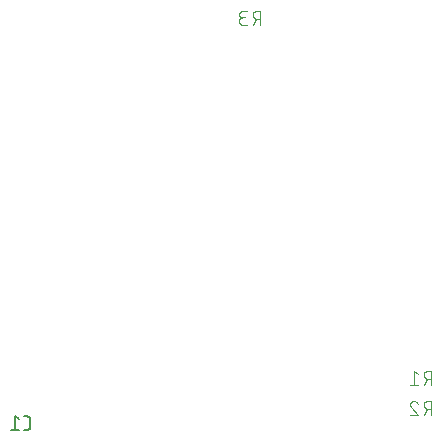
<source format=gbr>
G04 EAGLE Gerber RS-274X export*
G75*
%MOMM*%
%FSLAX34Y34*%
%LPD*%
%INSilkscreen Bottom*%
%IPPOS*%
%AMOC8*
5,1,8,0,0,1.08239X$1,22.5*%
G01*
%ADD10C,0.127000*%
%ADD11C,0.101600*%


D10*
X151167Y51435D02*
X153707Y51435D01*
X153807Y51437D01*
X153906Y51443D01*
X154006Y51453D01*
X154104Y51466D01*
X154203Y51484D01*
X154300Y51505D01*
X154396Y51530D01*
X154492Y51559D01*
X154586Y51592D01*
X154679Y51628D01*
X154770Y51668D01*
X154860Y51712D01*
X154948Y51759D01*
X155034Y51809D01*
X155118Y51863D01*
X155200Y51920D01*
X155279Y51980D01*
X155357Y52044D01*
X155431Y52110D01*
X155503Y52179D01*
X155572Y52251D01*
X155638Y52325D01*
X155702Y52403D01*
X155762Y52482D01*
X155819Y52564D01*
X155873Y52648D01*
X155923Y52734D01*
X155970Y52822D01*
X156014Y52912D01*
X156054Y53003D01*
X156090Y53096D01*
X156123Y53190D01*
X156152Y53286D01*
X156177Y53382D01*
X156198Y53479D01*
X156216Y53578D01*
X156229Y53676D01*
X156239Y53776D01*
X156245Y53875D01*
X156247Y53975D01*
X156247Y60325D01*
X156245Y60425D01*
X156239Y60524D01*
X156229Y60624D01*
X156216Y60722D01*
X156198Y60821D01*
X156177Y60918D01*
X156152Y61014D01*
X156123Y61110D01*
X156090Y61204D01*
X156054Y61297D01*
X156014Y61388D01*
X155970Y61478D01*
X155923Y61566D01*
X155873Y61652D01*
X155819Y61736D01*
X155762Y61818D01*
X155702Y61897D01*
X155638Y61975D01*
X155572Y62049D01*
X155503Y62121D01*
X155431Y62190D01*
X155357Y62256D01*
X155279Y62320D01*
X155200Y62380D01*
X155118Y62437D01*
X155034Y62491D01*
X154948Y62541D01*
X154860Y62588D01*
X154770Y62632D01*
X154679Y62672D01*
X154586Y62708D01*
X154492Y62741D01*
X154396Y62770D01*
X154300Y62795D01*
X154203Y62816D01*
X154104Y62834D01*
X154006Y62847D01*
X153906Y62857D01*
X153807Y62863D01*
X153707Y62865D01*
X151167Y62865D01*
X146685Y60325D02*
X143510Y62865D01*
X143510Y51435D01*
X146685Y51435D02*
X140335Y51435D01*
D11*
X495875Y89408D02*
X495875Y101092D01*
X492630Y101092D01*
X492517Y101090D01*
X492404Y101084D01*
X492291Y101074D01*
X492178Y101060D01*
X492066Y101043D01*
X491955Y101021D01*
X491845Y100996D01*
X491735Y100966D01*
X491627Y100933D01*
X491520Y100896D01*
X491414Y100856D01*
X491310Y100811D01*
X491207Y100763D01*
X491106Y100712D01*
X491007Y100657D01*
X490910Y100599D01*
X490815Y100537D01*
X490722Y100472D01*
X490632Y100404D01*
X490544Y100333D01*
X490458Y100258D01*
X490375Y100181D01*
X490295Y100101D01*
X490218Y100018D01*
X490143Y99932D01*
X490072Y99844D01*
X490004Y99754D01*
X489939Y99661D01*
X489877Y99566D01*
X489819Y99469D01*
X489764Y99370D01*
X489713Y99269D01*
X489665Y99166D01*
X489620Y99062D01*
X489580Y98956D01*
X489543Y98849D01*
X489510Y98741D01*
X489480Y98631D01*
X489455Y98521D01*
X489433Y98410D01*
X489416Y98298D01*
X489402Y98185D01*
X489392Y98072D01*
X489386Y97959D01*
X489384Y97846D01*
X489386Y97733D01*
X489392Y97620D01*
X489402Y97507D01*
X489416Y97394D01*
X489433Y97282D01*
X489455Y97171D01*
X489480Y97061D01*
X489510Y96951D01*
X489543Y96843D01*
X489580Y96736D01*
X489620Y96630D01*
X489665Y96526D01*
X489713Y96423D01*
X489764Y96322D01*
X489819Y96223D01*
X489877Y96126D01*
X489939Y96031D01*
X490004Y95938D01*
X490072Y95848D01*
X490143Y95760D01*
X490218Y95674D01*
X490295Y95591D01*
X490375Y95511D01*
X490458Y95434D01*
X490544Y95359D01*
X490632Y95288D01*
X490722Y95220D01*
X490815Y95155D01*
X490910Y95093D01*
X491007Y95035D01*
X491106Y94980D01*
X491207Y94929D01*
X491310Y94881D01*
X491414Y94836D01*
X491520Y94796D01*
X491627Y94759D01*
X491735Y94726D01*
X491845Y94696D01*
X491955Y94671D01*
X492066Y94649D01*
X492178Y94632D01*
X492291Y94618D01*
X492404Y94608D01*
X492517Y94602D01*
X492630Y94600D01*
X492630Y94601D02*
X495875Y94601D01*
X491981Y94601D02*
X489384Y89408D01*
X484519Y98496D02*
X481274Y101092D01*
X481274Y89408D01*
X484519Y89408D02*
X478028Y89408D01*
X495875Y75692D02*
X495875Y64008D01*
X495875Y75692D02*
X492630Y75692D01*
X492517Y75690D01*
X492404Y75684D01*
X492291Y75674D01*
X492178Y75660D01*
X492066Y75643D01*
X491955Y75621D01*
X491845Y75596D01*
X491735Y75566D01*
X491627Y75533D01*
X491520Y75496D01*
X491414Y75456D01*
X491310Y75411D01*
X491207Y75363D01*
X491106Y75312D01*
X491007Y75257D01*
X490910Y75199D01*
X490815Y75137D01*
X490722Y75072D01*
X490632Y75004D01*
X490544Y74933D01*
X490458Y74858D01*
X490375Y74781D01*
X490295Y74701D01*
X490218Y74618D01*
X490143Y74532D01*
X490072Y74444D01*
X490004Y74354D01*
X489939Y74261D01*
X489877Y74166D01*
X489819Y74069D01*
X489764Y73970D01*
X489713Y73869D01*
X489665Y73766D01*
X489620Y73662D01*
X489580Y73556D01*
X489543Y73449D01*
X489510Y73341D01*
X489480Y73231D01*
X489455Y73121D01*
X489433Y73010D01*
X489416Y72898D01*
X489402Y72785D01*
X489392Y72672D01*
X489386Y72559D01*
X489384Y72446D01*
X489386Y72333D01*
X489392Y72220D01*
X489402Y72107D01*
X489416Y71994D01*
X489433Y71882D01*
X489455Y71771D01*
X489480Y71661D01*
X489510Y71551D01*
X489543Y71443D01*
X489580Y71336D01*
X489620Y71230D01*
X489665Y71126D01*
X489713Y71023D01*
X489764Y70922D01*
X489819Y70823D01*
X489877Y70726D01*
X489939Y70631D01*
X490004Y70538D01*
X490072Y70448D01*
X490143Y70360D01*
X490218Y70274D01*
X490295Y70191D01*
X490375Y70111D01*
X490458Y70034D01*
X490544Y69959D01*
X490632Y69888D01*
X490722Y69820D01*
X490815Y69755D01*
X490910Y69693D01*
X491007Y69635D01*
X491106Y69580D01*
X491207Y69529D01*
X491310Y69481D01*
X491414Y69436D01*
X491520Y69396D01*
X491627Y69359D01*
X491735Y69326D01*
X491845Y69296D01*
X491955Y69271D01*
X492066Y69249D01*
X492178Y69232D01*
X492291Y69218D01*
X492404Y69208D01*
X492517Y69202D01*
X492630Y69200D01*
X492630Y69201D02*
X495875Y69201D01*
X491981Y69201D02*
X489384Y64008D01*
X478028Y72771D02*
X478030Y72878D01*
X478036Y72984D01*
X478046Y73090D01*
X478059Y73196D01*
X478077Y73302D01*
X478098Y73406D01*
X478123Y73510D01*
X478152Y73613D01*
X478184Y73714D01*
X478221Y73814D01*
X478261Y73913D01*
X478304Y74011D01*
X478351Y74107D01*
X478402Y74201D01*
X478456Y74293D01*
X478513Y74383D01*
X478573Y74471D01*
X478637Y74556D01*
X478704Y74639D01*
X478774Y74720D01*
X478846Y74798D01*
X478922Y74874D01*
X479000Y74946D01*
X479081Y75016D01*
X479164Y75083D01*
X479249Y75147D01*
X479337Y75207D01*
X479427Y75264D01*
X479519Y75318D01*
X479613Y75369D01*
X479709Y75416D01*
X479807Y75459D01*
X479906Y75499D01*
X480006Y75536D01*
X480107Y75568D01*
X480210Y75597D01*
X480314Y75622D01*
X480418Y75643D01*
X480524Y75661D01*
X480630Y75674D01*
X480736Y75684D01*
X480842Y75690D01*
X480949Y75692D01*
X481070Y75690D01*
X481191Y75684D01*
X481311Y75674D01*
X481432Y75661D01*
X481551Y75643D01*
X481671Y75622D01*
X481789Y75597D01*
X481906Y75568D01*
X482023Y75535D01*
X482138Y75499D01*
X482252Y75458D01*
X482365Y75415D01*
X482477Y75367D01*
X482586Y75316D01*
X482694Y75261D01*
X482801Y75203D01*
X482905Y75142D01*
X483007Y75077D01*
X483107Y75009D01*
X483205Y74938D01*
X483301Y74864D01*
X483394Y74787D01*
X483484Y74706D01*
X483572Y74623D01*
X483657Y74537D01*
X483740Y74448D01*
X483819Y74357D01*
X483896Y74263D01*
X483969Y74167D01*
X484039Y74069D01*
X484106Y73968D01*
X484170Y73865D01*
X484231Y73760D01*
X484288Y73653D01*
X484341Y73545D01*
X484391Y73435D01*
X484437Y73323D01*
X484480Y73210D01*
X484519Y73095D01*
X479002Y70499D02*
X478923Y70577D01*
X478847Y70657D01*
X478774Y70740D01*
X478704Y70826D01*
X478637Y70913D01*
X478573Y71004D01*
X478513Y71096D01*
X478455Y71190D01*
X478401Y71287D01*
X478351Y71385D01*
X478304Y71485D01*
X478260Y71586D01*
X478220Y71689D01*
X478184Y71794D01*
X478152Y71899D01*
X478123Y72006D01*
X478098Y72113D01*
X478076Y72222D01*
X478059Y72331D01*
X478045Y72440D01*
X478036Y72550D01*
X478030Y72661D01*
X478028Y72771D01*
X479002Y70499D02*
X484519Y64008D01*
X478028Y64008D01*
X351095Y394208D02*
X351095Y405892D01*
X347850Y405892D01*
X347737Y405890D01*
X347624Y405884D01*
X347511Y405874D01*
X347398Y405860D01*
X347286Y405843D01*
X347175Y405821D01*
X347065Y405796D01*
X346955Y405766D01*
X346847Y405733D01*
X346740Y405696D01*
X346634Y405656D01*
X346530Y405611D01*
X346427Y405563D01*
X346326Y405512D01*
X346227Y405457D01*
X346130Y405399D01*
X346035Y405337D01*
X345942Y405272D01*
X345852Y405204D01*
X345764Y405133D01*
X345678Y405058D01*
X345595Y404981D01*
X345515Y404901D01*
X345438Y404818D01*
X345363Y404732D01*
X345292Y404644D01*
X345224Y404554D01*
X345159Y404461D01*
X345097Y404366D01*
X345039Y404269D01*
X344984Y404170D01*
X344933Y404069D01*
X344885Y403966D01*
X344840Y403862D01*
X344800Y403756D01*
X344763Y403649D01*
X344730Y403541D01*
X344700Y403431D01*
X344675Y403321D01*
X344653Y403210D01*
X344636Y403098D01*
X344622Y402985D01*
X344612Y402872D01*
X344606Y402759D01*
X344604Y402646D01*
X344606Y402533D01*
X344612Y402420D01*
X344622Y402307D01*
X344636Y402194D01*
X344653Y402082D01*
X344675Y401971D01*
X344700Y401861D01*
X344730Y401751D01*
X344763Y401643D01*
X344800Y401536D01*
X344840Y401430D01*
X344885Y401326D01*
X344933Y401223D01*
X344984Y401122D01*
X345039Y401023D01*
X345097Y400926D01*
X345159Y400831D01*
X345224Y400738D01*
X345292Y400648D01*
X345363Y400560D01*
X345438Y400474D01*
X345515Y400391D01*
X345595Y400311D01*
X345678Y400234D01*
X345764Y400159D01*
X345852Y400088D01*
X345942Y400020D01*
X346035Y399955D01*
X346130Y399893D01*
X346227Y399835D01*
X346326Y399780D01*
X346427Y399729D01*
X346530Y399681D01*
X346634Y399636D01*
X346740Y399596D01*
X346847Y399559D01*
X346955Y399526D01*
X347065Y399496D01*
X347175Y399471D01*
X347286Y399449D01*
X347398Y399432D01*
X347511Y399418D01*
X347624Y399408D01*
X347737Y399402D01*
X347850Y399400D01*
X347850Y399401D02*
X351095Y399401D01*
X347201Y399401D02*
X344604Y394208D01*
X339739Y394208D02*
X336494Y394208D01*
X336381Y394210D01*
X336268Y394216D01*
X336155Y394226D01*
X336042Y394240D01*
X335930Y394257D01*
X335819Y394279D01*
X335709Y394304D01*
X335599Y394334D01*
X335491Y394367D01*
X335384Y394404D01*
X335278Y394444D01*
X335174Y394489D01*
X335071Y394537D01*
X334970Y394588D01*
X334871Y394643D01*
X334774Y394701D01*
X334679Y394763D01*
X334586Y394828D01*
X334496Y394896D01*
X334408Y394967D01*
X334322Y395042D01*
X334239Y395119D01*
X334159Y395199D01*
X334082Y395282D01*
X334007Y395368D01*
X333936Y395456D01*
X333868Y395546D01*
X333803Y395639D01*
X333741Y395734D01*
X333683Y395831D01*
X333628Y395930D01*
X333577Y396031D01*
X333529Y396134D01*
X333484Y396238D01*
X333444Y396344D01*
X333407Y396451D01*
X333374Y396559D01*
X333344Y396669D01*
X333319Y396779D01*
X333297Y396890D01*
X333280Y397002D01*
X333266Y397115D01*
X333256Y397228D01*
X333250Y397341D01*
X333248Y397454D01*
X333250Y397567D01*
X333256Y397680D01*
X333266Y397793D01*
X333280Y397906D01*
X333297Y398018D01*
X333319Y398129D01*
X333344Y398239D01*
X333374Y398349D01*
X333407Y398457D01*
X333444Y398564D01*
X333484Y398670D01*
X333529Y398774D01*
X333577Y398877D01*
X333628Y398978D01*
X333683Y399077D01*
X333741Y399174D01*
X333803Y399269D01*
X333868Y399362D01*
X333936Y399452D01*
X334007Y399540D01*
X334082Y399626D01*
X334159Y399709D01*
X334239Y399789D01*
X334322Y399866D01*
X334408Y399941D01*
X334496Y400012D01*
X334586Y400080D01*
X334679Y400145D01*
X334774Y400207D01*
X334871Y400265D01*
X334970Y400320D01*
X335071Y400371D01*
X335174Y400419D01*
X335278Y400464D01*
X335384Y400504D01*
X335491Y400541D01*
X335599Y400574D01*
X335709Y400604D01*
X335819Y400629D01*
X335930Y400651D01*
X336042Y400668D01*
X336155Y400682D01*
X336268Y400692D01*
X336381Y400698D01*
X336494Y400700D01*
X335844Y405892D02*
X339739Y405892D01*
X335844Y405892D02*
X335743Y405890D01*
X335643Y405884D01*
X335543Y405874D01*
X335443Y405861D01*
X335344Y405843D01*
X335245Y405822D01*
X335148Y405797D01*
X335051Y405768D01*
X334956Y405735D01*
X334862Y405699D01*
X334770Y405659D01*
X334679Y405616D01*
X334590Y405569D01*
X334503Y405519D01*
X334417Y405465D01*
X334334Y405408D01*
X334254Y405348D01*
X334175Y405285D01*
X334099Y405218D01*
X334026Y405149D01*
X333956Y405077D01*
X333888Y405003D01*
X333823Y404926D01*
X333762Y404846D01*
X333703Y404764D01*
X333648Y404680D01*
X333596Y404594D01*
X333547Y404506D01*
X333502Y404416D01*
X333460Y404324D01*
X333422Y404231D01*
X333388Y404136D01*
X333357Y404041D01*
X333330Y403944D01*
X333307Y403846D01*
X333287Y403747D01*
X333272Y403647D01*
X333260Y403547D01*
X333252Y403447D01*
X333248Y403346D01*
X333248Y403246D01*
X333252Y403145D01*
X333260Y403045D01*
X333272Y402945D01*
X333287Y402845D01*
X333307Y402746D01*
X333330Y402648D01*
X333357Y402551D01*
X333388Y402456D01*
X333422Y402361D01*
X333460Y402268D01*
X333502Y402176D01*
X333547Y402086D01*
X333596Y401998D01*
X333648Y401912D01*
X333703Y401828D01*
X333762Y401746D01*
X333823Y401666D01*
X333888Y401589D01*
X333956Y401515D01*
X334026Y401443D01*
X334099Y401374D01*
X334175Y401307D01*
X334254Y401244D01*
X334334Y401184D01*
X334417Y401127D01*
X334503Y401073D01*
X334590Y401023D01*
X334679Y400976D01*
X334770Y400933D01*
X334862Y400893D01*
X334956Y400857D01*
X335051Y400824D01*
X335148Y400795D01*
X335245Y400770D01*
X335344Y400749D01*
X335443Y400731D01*
X335543Y400718D01*
X335643Y400708D01*
X335743Y400702D01*
X335844Y400700D01*
X335844Y400699D02*
X338441Y400699D01*
M02*

</source>
